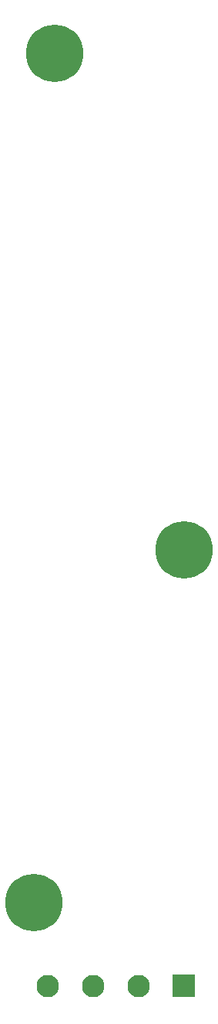
<source format=gbr>
G04 start of page 6 for group -4062 idx -4062 *
G04 Title: LED driver v. 0.1, soldermask *
G04 Creator: pcb 1.99x *
G04 CreationDate: Sat Jul 16 06:31:28 2011 UTC *
G04 For: davidellsworth *
G04 Format: Gerber/RS-274X *
G04 PCB-Dimensions: 113000 481000 *
G04 PCB-Coordinate-Origin: lower left *
%MOIN*%
%FSLAX24Y24*%
%LNBACKMASK*%
%ADD11C,0.0200*%
%ADD34C,0.0972*%
%ADD35C,0.2480*%
G54D11*G36*
X8014Y2385D02*Y1414D01*
X8985D01*
Y2385D01*
X8014D01*
G37*
G54D34*X6531Y1900D03*
X4563D03*
X2594D03*
G54D35*X8500Y20700D03*
X2000Y5500D03*
X2900Y42100D03*
M02*

</source>
